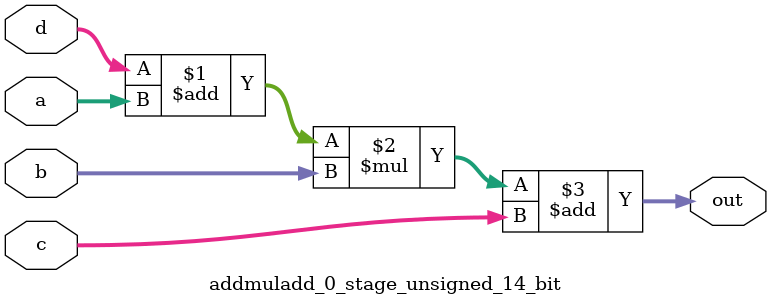
<source format=sv>
(* use_dsp = "yes" *) module addmuladd_0_stage_unsigned_14_bit(
	input  [13:0] a,
	input  [13:0] b,
	input  [13:0] c,
	input  [13:0] d,
	output [13:0] out
	);

	assign out = ((d + a) * b) + c;
endmodule

</source>
